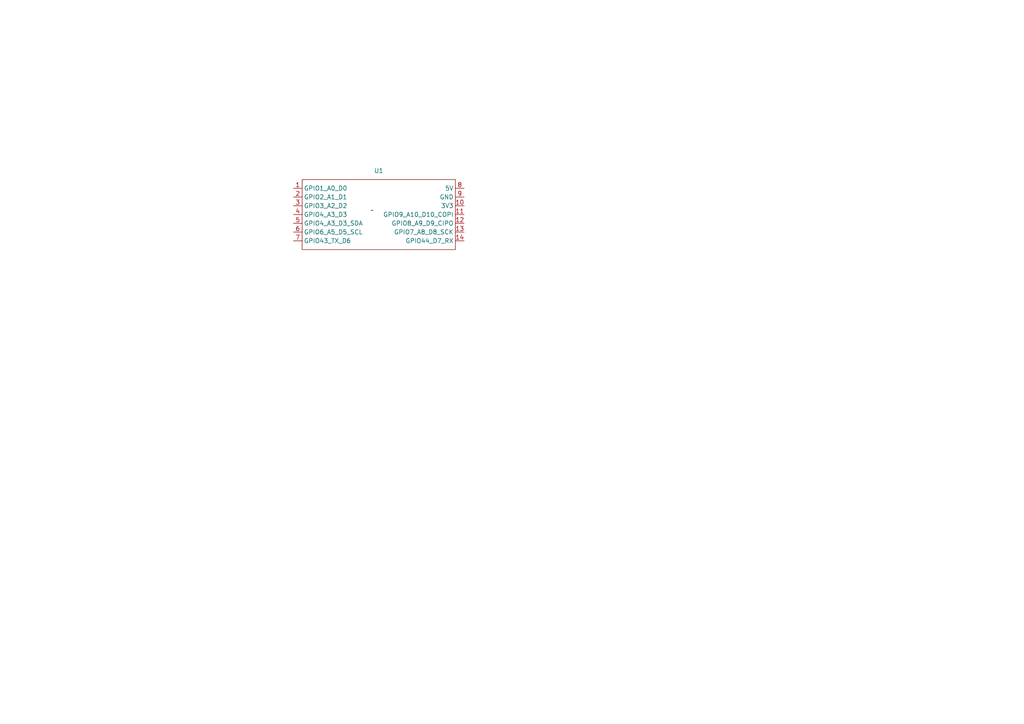
<source format=kicad_sch>
(kicad_sch (version 20230121) (generator eeschema)
  (paper "A4")
  (lib_symbols
    (symbol "XiaoESP32 S3:XIAO_ESP32_SENSE"
      (property "Reference" "U" (at 0 0 0))
      (symbol "XIAO_ESP32_SENSE_0_1"
        (polyline (pts (xy -20.32 8.89) (xy -20.32 -11.43) (xy 24.13 -11.43) (xy 24.13 8.89) (xy -20.32 8.89)))
      )
      (symbol "XIAO_ESP32_SENSE_1_1"
        (pin bidirectional line (at -22.86 6.35 0) (length 2.54) (name "GPIO1_A0_D0") (number "1"))
        (pin bidirectional line (at 26.67 1.27 180) (length 2.54) (name "3V3") (number "10"))
        (pin bidirectional line (at 26.67 -1.27 180) (length 2.54) (name "GPIO9_A10_D10_COPI") (number "11"))
        (pin bidirectional line (at 26.67 -3.81 180) (length 2.54) (name "GPIO8_A9_D9_CIPO") (number "12"))
        (pin bidirectional line (at 26.67 -6.35 180) (length 2.54) (name "GPIO7_A8_D8_SCK") (number "13"))
        (pin bidirectional line (at 26.67 -8.89 180) (length 2.54) (name "GPIO44_D7_RX") (number "14"))
        (pin bidirectional line (at -22.86 3.81 0) (length 2.54) (name "GPIO2_A1_D1") (number "2"))
        (pin bidirectional line (at -22.86 1.27 0) (length 2.54) (name "GPIO3_A2_D2") (number "3"))
        (pin bidirectional line (at -22.86 -1.27 0) (length 2.54) (name "GPIO4_A3_D3") (number "4"))
        (pin bidirectional line (at -22.86 -3.81 0) (length 2.54) (name "GPIO4_A3_D3_SDA") (number "5"))
        (pin bidirectional line (at -22.86 -6.35 0) (length 2.54) (name "GPIO6_A5_D5_SCL") (number "6"))
        (pin bidirectional line (at -22.86 -8.89 0) (length 2.54) (name "GPIO43_TX_D6") (number "7"))
        (pin bidirectional line (at 26.67 6.35 180) (length 2.54) (name "5V") (number "8"))
        (pin bidirectional line (at 26.67 3.81 180) (length 2.54) (name "GND") (number "9"))
      )
    )
  )
  (symbol (lib_id "XiaoESP32 S3:XIAO_ESP32_SENSE") (at 107.95 60.96 0) (unit 1)
    (property "Reference" "U1" (at 109.855 49.53 0))
    (property "Value" "~" (at 107.95 60.96 0))
    (property "Footprint" "514_KiCAD_Demo:XIAO_ESP32_SENSE" (effects hide))
  )
)
</source>
